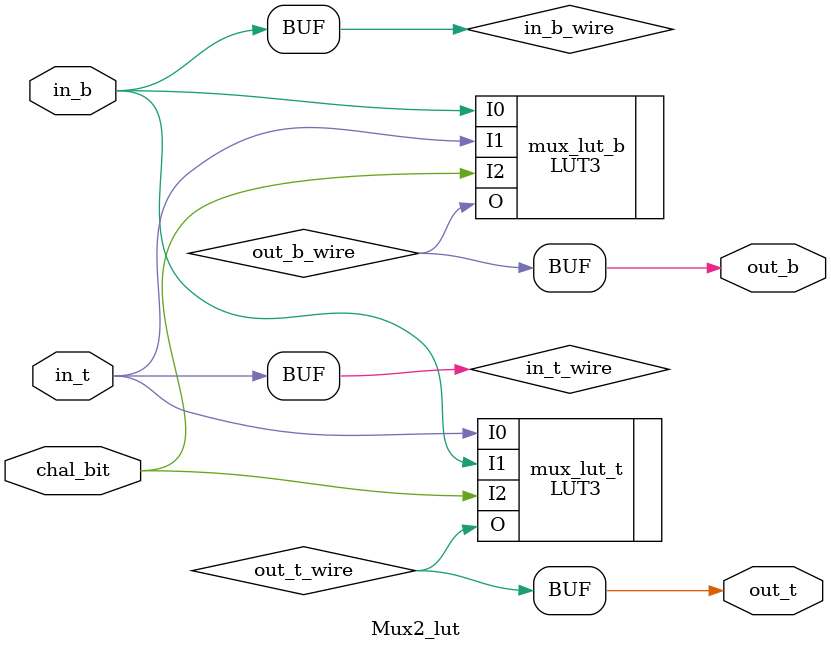
<source format=v>
(* keep_hierarchy = "yes" *)
(* DONT_TOUCH = "yes" *)
(* keep = "true" *)
module Mux2_lut
(
    input in_t, in_b,
    input chal_bit,
    output out_t, out_b
);

    // Internal wires
    (* MARK_DEBUG = "TRUE" *) wire in_t_wire;
    (* MARK_DEBUG = "TRUE" *) wire in_b_wire;
    (* MARK_DEBUG = "TRUE" *) wire out_t_wire;
    (* MARK_DEBUG = "TRUE" *) wire out_b_wire;
    assign in_t_wire = in_t;
    assign in_b_wire = in_b;
    
    // Top mux
    (* LUTNM = "DISABLED" *)
    LUT3 #(8'hCA) mux_lut_t (
        .I0         (in_t_wire),
        .I1         (in_b_wire),
        .I2         (chal_bit),
        .O          (out_t_wire)
    );
    // bottom mux
    (* LUTNM = "DISABLED" *)
    LUT3 #(8'hCA) mux_lut_b (
        .I0         (in_b_wire),
        .I1         (in_t_wire),
        .I2         (chal_bit),
        .O          (out_b_wire)
    );
    
    assign out_t = out_t_wire;
    assign out_b = out_b_wire;

endmodule
</source>
